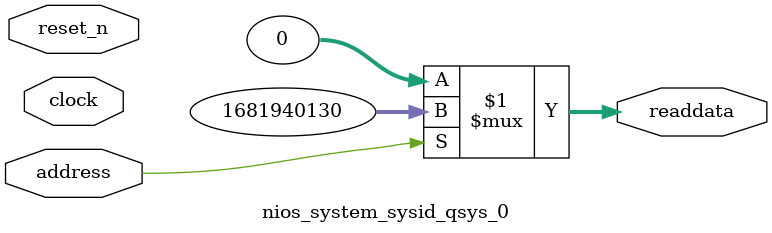
<source format=v>



// synthesis translate_off
`timescale 1ns / 1ps
// synthesis translate_on

// turn off superfluous verilog processor warnings 
// altera message_level Level1 
// altera message_off 10034 10035 10036 10037 10230 10240 10030 

module nios_system_sysid_qsys_0 (
               // inputs:
                address,
                clock,
                reset_n,

               // outputs:
                readdata
             )
;

  output  [ 31: 0] readdata;
  input            address;
  input            clock;
  input            reset_n;

  wire    [ 31: 0] readdata;
  //control_slave, which is an e_avalon_slave
  assign readdata = address ? 1681940130 : 0;

endmodule



</source>
